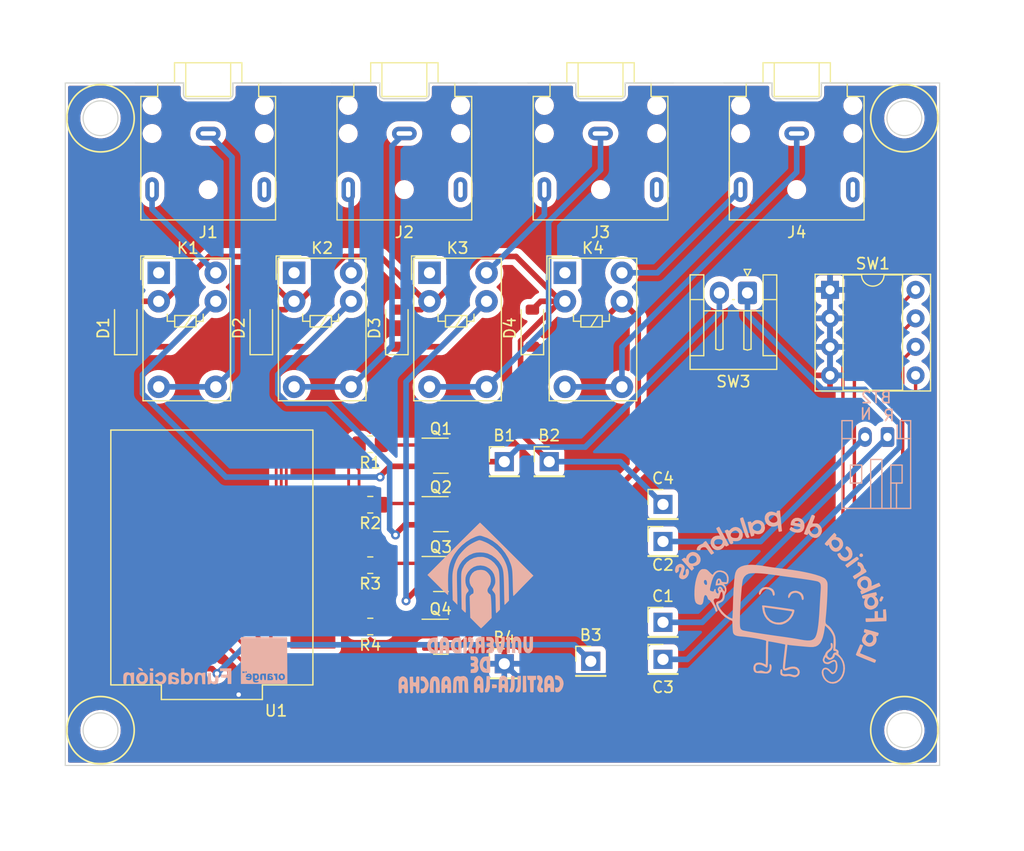
<source format=kicad_pcb>
(kicad_pcb (version 20221018) (generator pcbnew)
  (layers (0 "F.Cu" signal) (31 "B.Cu" signal) (34 "B.Paste" user) (35 "F.Paste" user) (36 "B.SilkS" user "B.Silkscreen") (37 "F.SilkS" user "F.Silkscreen") (38 "B.Mask" user) (39 "F.Mask" user) (44 "Edge.Cuts" user))
  (net 0 "")
  (net 1 "+BATT")
  (net 2 "GND")
  (net 3 "GND1")
  (net 4 "Net-(B1-Pin_1)")
  (net 5 "Net-(C3-Pin_1)")
  (net 6 "Net-(J1-PadS)")
  (net 7 "Net-(J1-PadT)")
  (net 8 "Net-(D1-K)")
  (net 9 "Net-(D2-K)")
  (net 10 "Net-(D3-K)")
  (net 11 "Net-(D4-K)")
  (net 12 "Net-(J2-PadS)")
  (net 14 "Net-(U1-GPIO6)")
  (net 16 "Net-(U1-GPIO7)")
  (net 18 "Net-(U1-GPIO8)")
  (net 20 "Net-(U1-GPIO10)")
  (net 21 "Net-(U1-GPIO0)")
  (net 22 "Net-(U1-GPIO1)")
  (net 23 "Net-(U1-GPIO3)")
  (net 24 "Net-(J2-PadT)")
  (net 29 "+5V")
  (net 30 "GND2")
  (net 31 "Net-(U1-GPIO2)")
  (net 34 "Net-(Q1-B)")
  (net 35 "Net-(Q2-B)")
  (net 36 "Net-(Q3-B)")
  (net 37 "Net-(Q4-B)")
  (net 38 "Net-(J3-PadS)")
  (net 39 "Net-(J3-PadT)")
  (net 40 "Net-(J4-PadS)")
  (net 41 "Net-(J4-PadT)")
  (footprint "Diode_SMD:D_SOD-123" (layer "F.Cu") (at 76.919666 60.601832 90)
    (fp_text reference "D2" (at 0 -2 90) (layer "F.SilkS"))
    (fp_text value "1N4148W")
    (pad "1" smd roundrect (at -1.65 0 90) (size 0.9 1.2) (layers "F.Cu" "F.Paste" "F.Mask") (net 9 "Net-(D2-K)"))
    (pad "2" smd roundrect (at 1.65 0 90) (size 0.9 1.2) (layers "F.Cu" "F.Paste" "F.Mask") (net 3 "GND1"))
  )
  (footprint "Package_TO_SOT_SMD:SOT-23" (layer "F.Cu") (at 92.9155 88.0872)
    (fp_text reference "Q4" (at -0.0277 -2.4638) (layer "F.SilkS"))
    (fp_text value "MMBT3904")
    (pad "1" smd roundrect (at -0.9375 -0.95) (size 1.475 0.6) (layers "F.Cu" "F.Paste" "F.Mask") (net 37 "Net-(Q4-B)"))
    (pad "2" smd roundrect (at -0.9375 0.95) (size 1.475 0.6) (layers "F.Cu" "F.Paste" "F.Mask") (net 11 "Net-(D4-K)"))
    (pad "3" smd roundrect (at 0.9375 0) (size 1.475 0.6) (layers "F.Cu" "F.Paste" "F.Mask") (net 4 "Net-(B1-Pin_1)"))
  )
  (footprint "Relay_THT:Relay_SPDT_Omron_G5V-1" (layer "F.Cu") (at 79.8426 55.666832)
    (fp_text reference "K2" (at 2.5 -2.2) (layer "F.SilkS"))
    (fp_text value "G5V-1" hide)
    (pad "1" thru_hole rect (at 0 0) (size 2 2) (drill 1) (layers "*.Cu" "*.Mask"))
    (pad "2" thru_hole circle (at 0 2.54) (size 2 2) (drill 1) (layers "*.Cu" "*.Mask") (net 3 "GND1"))
    (pad "5" thru_hole circle (at 0 10.16) (size 2 2) (drill 1) (layers "*.Cu" "*.Mask") (net 12 "Net-(J2-PadS)"))
    (pad "6" thru_hole circle (at 5.08 10.16) (size 2 2) (drill 1) (layers "*.Cu" "*.Mask") (net 12 "Net-(J2-PadS)"))
    (pad "9" thru_hole circle (at 5.08 2.54) (size 2 2) (drill 1) (layers "*.Cu" "*.Mask") (net 9 "Net-(D2-K)"))
    (pad "10" thru_hole circle (at 5.08 0) (size 2 2) (drill 1) (layers "*.Cu" "*.Mask") (net 24 "Net-(J2-PadT)"))
  )
  (footprint "Connector_PinHeader_2.54mm:PinHeader_1x01_P2.54mm_Vertical" (layer "F.Cu") (at 102.5652 72.4916)
    (fp_text reference "B2" (at 0 -2.33) (layer "F.SilkS"))
    (fp_text value "boost_in_neg")
    (pad "1" thru_hole rect (at 0 0) (size 1.7 1.7) (drill 1) (layers "*.Cu" "*.Mask") (net 3 "GND1"))
  )
  (footprint "Connector_JST:JST_EH_S2B-EH_1x02_P2.50mm_Horizontal" (layer "F.Cu") (at 120.2236 57.4623 180)
    (fp_text reference "SW3" (at 1.25 -7.9) (layer "F.SilkS"))
    (fp_text value "SW_SPST")
    (pad "1" thru_hole roundrect (at 0 0 180) (size 1.7 2) (drill 1) (layers "*.Cu" "*.Mask") (roundrect_rratio 0.1470588235) (net 5 "Net-(C3-Pin_1)"))
    (pad "2" thru_hole oval (at 2.5 0 180) (size 1.7 2) (drill 1) (layers "*.Cu" "*.Mask") (net 4 "Net-(B1-Pin_1)"))
  )
  (footprint "Package_TO_SOT_SMD:SOT-23" (layer "F.Cu") (at 92.9155 77.1652)
    (fp_text reference "Q2" (at 0 -2.4) (layer "F.SilkS"))
    (fp_text value "MMBT3904" hide)
    (pad "1" smd roundrect (at -0.9375 -0.95) (size 1.475 0.6) (layers "F.Cu" "F.Paste" "F.Mask") (net 35 "Net-(Q2-B)"))
    (pad "2" smd roundrect (at -0.9375 0.95) (size 1.475 0.6) (layers "F.Cu" "F.Paste" "F.Mask") (net 9 "Net-(D2-K)"))
    (pad "3" smd roundrect (at 0.9375 0) (size 1.475 0.6) (layers "F.Cu" "F.Paste" "F.Mask") (net 4 "Net-(B1-Pin_1)"))
  )
  (footprint "Connector_Audio:Jack_3.5mm_CUI_SJ1-3523N_Horizontal" (layer "F.Cu") (at 89.663333 43.26 180)
    (fp_text reference "J2" (at 0 -8.8) (layer "F.SilkS"))
    (fp_text value "AudioJack2")
    (fp_line (start -2.2 3.5) (end -2.2 4.5) (stroke (width 0.12)) (layer "Edge.Cuts"))
    (fp_line (start -2.2 4.5) (end -6.5 4.5) (stroke (width 0.12)) (layer "Edge.Cuts"))
    (fp_line (start 1.8 3.1) (end -1.8 3.1) (stroke (width 0.12)) (layer "Edge.Cuts"))
    (fp_line (start 2.2 3.5) (end 2.2 4.5) (stroke (width 0.12)) (layer "Edge.Cuts"))
    (fp_line (start 2.2 4.5) (end 6.5 4.5) (stroke (width 0.12)) (layer "Edge.Cuts"))
    (fp_arc (start -2.2 3.5) (mid -2.082843 3.217158) (end -1.8 3.1) (stroke (width 0.12)) (layer "Edge.Cuts"))
    (fp_arc (start 1.8 3.1) (mid 2.082843 3.217157) (end 2.2 3.5) (stroke (width 0.12)) (layer "Edge.Cuts"))
    (pad "" np_thru_hole circle (at -5 0 180) (size 1.2 1.2) (drill 1.2) (layers "F&B.Cu" "*.Mask"))
    (pad "" np_thru_hole circle (at -5 2.5 180) (size 1.2 1.2) (drill 1.2) (layers "F&B.Cu" "*.Mask"))
    (pad "" np_thru_hole circle (at 0 -5 180) (size 1.2 1.2) (drill 1.2) (layers "F&B.Cu" "*.Mask"))
    (pad "" np_thru_hole circle (at 5 0 180) (size 1.2 1.2) (drill 1.2) (layers "F&B.Cu" "*.Mask"))
    (pad "" np_thru_hole circle (at 5 2.5 180) (size 1.2 1.2) (drill 1.2) (layers "F&B.Cu" "*.Mask"))
    (pad "R" thru_hole oval (at -5 -5 180) (size 1.2 2.2) (drill oval 0.4 1.4) (layers "*.Cu" "*.Mask"))
    (pad "S" thru_hole oval (at 0 0 180) (size 2.2 1.2) (drill oval 1.4 0.4) (layers "*.Cu" "*.Mask") (net 12 "Net-(J2-PadS)"))
    (pad "T" thru_hole oval (at 5 -5) (size 1.2 2.2) (drill oval 0.4 1.4) (layers "*.Cu" "*.Mask") (net 24 "Net-(J2-PadT)"))
  )
  (footprint "Connector_Audio:Jack_3.5mm_CUI_SJ1-3523N_Horizontal" (layer "F.Cu") (at 72.19 43.26 180)
    (fp_text reference "J1" (at 0 -8.8) (layer "F.SilkS"))
    (fp_text value "AudioJack2")
    (fp_line (start -2.2 3.5) (end -2.2 4.5) (stroke (width 0.12)) (layer "Edge.Cuts"))
    (fp_line (start -2.2 4.5) (end -6.5 4.5) (stroke (width 0.12)) (layer "Edge.Cuts"))
    (fp_line (start 1.8 3.1) (end -1.8 3.1) (stroke (width 0.12)) (layer "Edge.Cuts"))
    (fp_line (start 2.2 3.5) (end 2.2 4.5) (stroke (width 0.12)) (layer "Edge.Cuts"))
    (fp_line (start 2.2 4.5) (end 6.5 4.5) (stroke (width 0.12)) (layer "Edge.Cuts"))
    (fp_arc (start -2.2 3.5) (mid -2.082843 3.217158) (end -1.8 3.1) (stroke (width 0.12)) (layer "Edge.Cuts"))
    (fp_arc (start 1.8 3.1) (mid 2.082843 3.217157) (end 2.2 3.5) (stroke (width 0.12)) (layer "Edge.Cuts"))
    (pad "" np_thru_hole circle (at -5 0 180) (size 1.2 1.2) (drill 1.2) (layers "F&B.Cu" "*.Mask"))
    (pad "" np_thru_hole circle (at -5 2.5 180) (size 1.2 1.2) (drill 1.2) (layers "F&B.Cu" "*.Mask"))
    (pad "" np_thru_hole circle (at 0 -5 180) (size 1.2 1.2) (drill 1.2) (layers "F&B.Cu" "*.Mask"))
    (pad "" np_thru_hole circle (at 5 0 180) (size 1.2 1.2) (drill 1.2) (layers "F&B.Cu" "*.Mask"))
    (pad "" np_thru_hole circle (at 5 2.5 180) (size 1.2 1.2) (drill 1.2) (layers "F&B.Cu" "*.Mask"))
    (pad "R" thru_hole oval (at -5 -5 180) (size 1.2 2.2) (drill oval 0.4 1.4) (layers "*.Cu" "*.Mask"))
    (pad "S" thru_hole oval (at 0 0 180) (size 2.2 1.2) (drill oval 1.4 0.4) (layers "*.Cu" "*.Mask") (net 6 "Net-(J1-PadS)"))
    (pad "T" thru_hole oval (at 5 -5) (size 1.2 2.2) (drill oval 0.4 1.4) (layers "*.Cu" "*.Mask") (net 7 "Net-(J1-PadT)"))
  )
  (footprint "Connector_PinHeader_2.54mm:PinHeader_1x01_P2.54mm_Vertical" (layer "F.Cu") (at 106.2652 90.2716)
    (fp_text reference "B3" (at 0 -2.33) (layer "F.SilkS"))
    (fp_text value "boost_out_pos")
    (pad "1" thru_hole rect (at 0 0) (size 1.7 1.7) (drill 1) (layers "*.Cu" "*.Mask") (net 29 "+5V"))
  )
  (footprint "Package_TO_SOT_SMD:SOT-23" (layer "F.Cu") (at 92.9155 71.9582)
    (fp_text reference "Q1" (at 0 -2.4) (layer "F.SilkS"))
    (fp_text value "MMBT3904")
    (pad "1" smd roundrect (at -0.9375 -0.95) (size 1.475 0.6) (layers "F.Cu" "F.Paste" "F.Mask") (net 34 "Net-(Q1-B)"))
    (pad "2" smd roundrect (at -0.9375 0.95) (size 1.475 0.6) (layers "F.Cu" "F.Paste" "F.Mask") (net 8 "Net-(D1-K)"))
    (pad "3" smd roundrect (at 0.9375 0) (size 1.475 0.6) (layers "F.Cu" "F.Paste" "F.Mask") (net 4 "Net-(B1-Pin_1)"))
  )
  (footprint "Resistor_SMD:R_0805_2012Metric_Pad1.20x1.40mm_HandSolder" (layer "F.Cu") (at 86.6261 81.7118 180)
    (fp_text reference "R3" (at 0 -1.65 180) (layer "F.SilkS"))
    (fp_text value "1k")
    (pad "1" smd roundrect (at -1 0 180) (size 1.2 1.4) (layers "F.Cu" "F.Paste" "F.Mask") (roundrect_rratio 0.208333) (net 36 "Net-(Q3-B)"))
    (pad "2" smd roundrect (at 1 0 180) (size 1.2 1.4) (layers "F.Cu" "F.Paste" "F.Mask") (roundrect_rratio 0.208333) (net 18 "Net-(U1-GPIO8)"))
  )
  (footprint "Relay_THT:Relay_SPDT_Omron_G5V-1" (layer "F.Cu") (at 91.9024 55.666832)
    (fp_text reference "K3" (at 2.5 -2.2) (layer "F.SilkS"))
    (fp_text value "G5V-1" hide)
    (pad "1" thru_hole rect (at 0 0) (size 2 2) (drill 1) (layers "*.Cu" "*.Mask"))
    (pad "2" thru_hole circle (at 0 2.54) (size 2 2) (drill 1) (layers "*.Cu" "*.Mask") (net 3 "GND1"))
    (pad "5" thru_hole circle (at 0 10.16) (size 2 2) (drill 1) (layers "*.Cu" "*.Mask") (net 38 "Net-(J3-PadS)"))
    (pad "6" thru_hole circle (at 5.08 10.16) (size 2 2) (drill 1) (layers "*.Cu" "*.Mask") (net 38 "Net-(J3-PadS)"))
    (pad "9" thru_hole circle (at 5.08 2.54) (size 2 2) (drill 1) (layers "*.Cu" "*.Mask") (net 10 "Net-(D3-K)"))
    (pad "10" thru_hole circle (at 5.08 0) (size 2 2) (drill 1) (layers "*.Cu" "*.Mask") (net 39 "Net-(J3-PadT)"))
  )
  (footprint "Resistor_SMD:R_0805_2012Metric_Pad1.20x1.40mm_HandSolder" (layer "F.Cu") (at 86.6261 70.9422 180)
    (fp_text reference "R1" (at 0 -1.65 180) (layer "F.SilkS"))
    (fp_text value "1k")
    (pad "1" smd roundrect (at -1 0 180) (size 1.2 1.4) (layers "F.Cu" "F.Paste" "F.Mask") (roundrect_rratio 0.208333) (net 34 "Net-(Q1-B)"))
    (pad "2" smd roundrect (at 1 0 180) (size 1.2 1.4) (layers "F.Cu" "F.Paste" "F.Mask") (roundrect_rratio 0.208333) (net 14 "Net-(U1-GPIO6)"))
  )
  (footprint "Connector_Audio:Jack_3.5mm_CUI_SJ1-3523N_Horizontal" (layer "F.Cu") (at 124.61 43.26 180)
    (fp_text reference "J4" (at 0 -8.8) (layer "F.SilkS"))
    (fp_text value "AudioJack2")
    (fp_line (start -2.2 3.5) (end -2.2 4.5) (stroke (width 0.12)) (layer "Edge.Cuts"))
    (fp_line (start -2.2 4.5) (end -6.5 4.5) (stroke (width 0.12)) (layer "Edge.Cuts"))
    (fp_line (start 1.8 3.1) (end -1.8 3.1) (stroke (width 0.12)) (layer "Edge.Cuts"))
    (fp_line (start 2.2 3.5) (end 2.2 4.5) (stroke (width 0.12)) (layer "Edge.Cuts"))
    (fp_line (start 2.2 4.5) (end 6.5 4.5) (stroke (width 0.12)) (layer "Edge.Cuts"))
    (fp_arc (start -2.2 3.5) (mid -2.082843 3.217158) (end -1.8 3.1) (stroke (width 0.12)) (layer "Edge.Cuts"))
    (fp_arc (start 1.8 3.1) (mid 2.082843 3.217157) (end 2.2 3.5) (stroke (width 0.12)) (layer "Edge.Cuts"))
    (pad "" np_thru_hole circle (at -5 0 180) (size 1.2 1.2) (drill 1.2) (layers "F&B.Cu" "*.Mask"))
    (pad "" np_thru_hole circle (at -5 2.5 180) (size 1.2 1.2) (drill 1.2) (layers "F&B.Cu" "*.Mask"))
    (pad "" np_thru_hole circle (at 0 -5 180) (size 1.2 1.2) (drill 1.2) (layers "F&B.Cu" "*.Mask"))
    (pad "" np_thru_hole circle (at 5 0 180) (size 1.2 1.2) (drill 1.2) (layers "F&B.Cu" "*.Mask"))
    (pad "" np_thru_hole circle (at 5 2.5 180) (size 1.2 1.2) (drill 1.2) (layers "F&B.Cu" "*.Mask"))
    (pad "R" thru_hole oval (at -5 -5 180) (size 1.2 2.2) (drill oval 0.4 1.4) (layers "*.Cu" "*.Mask"))
    (pad "S" thru_hole oval (at 0 0 180) (size 2.2 1.2) (drill oval 1.4 0.4) (layers "*.Cu" "*.Mask") (net 40 "Net-(J4-PadS)"))
    (pad "T" thru_hole oval (at 5 -5) (size 1.2 2.2) (drill oval 0.4 1.4) (layers "*.Cu" "*.Mask") (net 41 "Net-(J4-PadT)"))
  )
  (footprint "Resistor_SMD:R_0805_2012Metric_Pad1.20x1.40mm_HandSolder" (layer "F.Cu") (at 86.6261 76.327 180)
    (fp_text reference "R2" (at 0 -1.65 180) (layer "F.SilkS"))
    (fp_text value "1k")
    (pad "1" smd roundrect (at -1 0 180) (size 1.2 1.4) (layers "F.Cu" "F.Paste" "F.Mask") (roundrect_rratio 0.208333) (net 35 "Net-(Q2-B)"))
    (pad "2" smd roundrect (at 1 0 180) (size 1.2 1.4) (layers "F.Cu" "F.Paste" "F.Mask") (roundrect_rratio 0.208333) (net 16 "Net-(U1-GPIO7)"))
  )
  (footprint "Relay_THT:Relay_SPDT_Omron_G5V-1" (layer "F.Cu") (at 67.7828 55.666832)
    (fp_text reference "K1" (at 2.595 -2.2) (layer "F.SilkS"))
    (fp_text value "G5V-1" hide)
    (pad "1" thru_hole rect (at 0 0) (size 2 2) (drill 1) (layers "*.Cu" "*.Mask"))
    (pad "2" thru_hole circle (at 0 2.54) (size 2 2) (drill 1) (layers "*.Cu" "*.Mask") (net 3 "GND1"))
    (pad "5" thru_hole circle (at 0 10.16) (size 2 2) (drill 1) (layers "*.Cu" "*.Mask") (net 6 "Net-(J1-PadS)"))
    (pad "6" thru_hole circle (at 5.08 10.16) (size 2 2) (drill 1) (layers "*.Cu" "*.Mask") (net 6 "Net-(J1-PadS)"))
    (pad "9" thru_hole circle (at 5.08 2.54) (size 2 2) (drill 1) (layers "*.Cu" "*.Mask") (net 8 "Net-(D1-K)"))
    (pad "10" thru_hole circle (at 5.08 0) (size 2 2) (drill 1) (layers "*.Cu" "*.Mask") (net 7 "Net-(J1-PadT)"))
  )
  (footprint "Diode_SMD:D_SOD-123" (layer "F.Cu") (at 64.8462 60.601832 90)
    (fp_text reference "D1" (at 0 -2 90) (layer "F.SilkS"))
    (fp_text value "1N4148W")
    (pad "1" smd roundrect (at -1.65 0 90) (size 0.9 1.2) (layers "F.Cu" "F.Paste" "F.Mask") (net 8 "Net-(D1-K)"))
    (pad "2" smd roundrect (at 1.65 0 90) (size 0.9 1.2) (layers "F.Cu" "F.Paste" "F.Mask") (net 3 "GND1"))
  )
  (footprint "Connector_Audio:Jack_3.5mm_CUI_SJ1-3523N_Horizontal" (layer "F.Cu") (at 107.136666 43.26 180)
    (fp_text reference "J3" (at 0 -8.8) (layer "F.SilkS"))
    (fp_text value "AudioJack2")
    (fp_line (start -2.2 3.5) (end -2.2 4.5) (stroke (width 0.12)) (layer "Edge.Cuts"))
    (fp_line (start -2.2 4.5) (end -6.5 4.5) (stroke (width 0.12)) (layer "Edge.Cuts"))
    (fp_line (start 1.8 3.1) (end -1.8 3.1) (stroke (width 0.12)) (layer "Edge.Cuts"))
    (fp_line (start 2.2 3.5) (end 2.2 4.5) (stroke (width 0.12)) (layer "Edge.Cuts"))
    (fp_line (start 2.2 4.5) (end 6.5 4.5) (stroke (width 0.12)) (layer "Edge.Cuts"))
    (fp_arc (start -2.2 3.5) (mid -2.082843 3.217158) (end -1.8 3.1) (stroke (width 0.12)) (layer "Edge.Cuts"))
    (fp_arc (start 1.8 3.1) (mid 2.082843 3.217157) (end 2.2 3.5) (stroke (width 0.12)) (layer "Edge.Cuts"))
    (pad "" np_thru_hole circle (at -5 0 180) (size 1.2 1.2) (drill 1.2) (layers "F&B.Cu" "*.Mask"))
    (pad "" np_thru_hole circle (at -5 2.5 180) (size 1.2 1.2) (drill 1.2) (layers "F&B.Cu" "*.Mask"))
    (pad "" np_thru_hole circle (at 0 -5 180) (size 1.2 1.2) (drill 1.2) (layers "F&B.Cu" "*.Mask"))
    (pad "" np_thru_hole circle (at 5 0 180) (size 1.2 1.2) (drill 1.2) (layers "F&B.Cu" "*.Mask"))
    (pad "" np_thru_hole circle (at 5 2.5 180) (size 1.2 1.2) (drill 1.2) (layers "F&B.Cu" "*.Mask"))
    (pad "R" thru_hole oval (at -5 -5 180) (size 1.2 2.2) (drill oval 0.4 1.4) (layers "*.Cu" "*.Mask"))
    (pad "S" thru_hole oval (at 0 0 180) (size 2.2 1.2) (drill oval 1.4 0.4) (layers "*.Cu" "*.Mask") (net 38 "Net-(J3-PadS)"))
    (pad "T" thru_hole oval (at 5 -5) (size 1.2 2.2) (drill oval 0.4 1.4) (layers "*.Cu" "*.Mask") (net 39 "Net-(J3-PadT)"))
  )
  (footprint "Resistor_SMD:R_0805_2012Metric_Pad1.20x1.40mm_HandSolder" (layer "F.Cu") (at 86.6261 87.1728 180)
    (fp_text reference "R4" (at 0 -1.65 180) (layer "F.SilkS"))
    (fp_text value "1k")
    (pad "1" smd roundrect (at -1 0 180) (size 1.2 1.4) (layers "F.Cu" "F.Paste" "F.Mask") (roundrect_rratio 0.208333) (net 37 "Net-(Q4-B)"))
    (pad "2" smd roundrect (at 1 0 180) (size 1.2 1.4) (layers "F.Cu" "F.Paste" "F.Mask") (roundrect_rratio 0.208333) (net 20 "Net-(U1-GPIO10)"))
  )
  (footprint "Connector_PinHeader_2.54mm:PinHeader_1x01_P2.54mm_Vertical" (layer "F.Cu") (at 98.5652 90.4916)
    (fp_text reference "B4" (at 0 -2.33) (layer "F.SilkS"))
    (fp_text value "boost_out_neg")
    (pad "1" thru_hole rect (at 0 0) (size 1.7 1.7) (drill 1) (layers "*.Cu" "*.Mask") (net 30 "GND2"))
  )
  (footprint "Connector_PinHeader_2.54mm:PinHeader_1x01_P2.54mm_Vertical" (layer "F.Cu") (at 112.7 86.8016)
    (fp_text reference "C1" (at 0 -2.33) (layer "F.SilkS"))
    (fp_text value "conector_bat_tp4056_pos")
    (pad "1" thru_hole rect (at 0 0) (size 1.7 1.7) (drill 1) (layers "*.Cu" "*.Mask") (net 1 "+BATT"))
  )
  (footprint "Connector_PinHeader_2.54mm:PinHeader_1x01_P2.54mm_Vertical" (layer "F.Cu") (at 112.7 76.3016)
    (fp_text reference "C4" (at 0 -2.33) (layer "F.SilkS"))
    (fp_text value "conector_out_neg" hide)
    (pad "1" thru_hole rect (at 0 0) (size 1.7 1.7) (drill 1) (layers "*.Cu" "*.Mask") (net 3 "GND1"))
  )
  (footprint "Package_DIP:DIP-8_W7.62mm_Socket" (layer "F.Cu") (at 127.5798 57.1854)
    (fp_text reference "SW1" (at 3.81 -2.33) (layer "F.SilkS"))
    (fp_text value "SW_DIP_x04")
    (pad "1" thru_hole rect (at 0 0) (size 1.6 1.6) (drill 0.8) (layers "*.Cu" "*.Mask") (net 30 "GND2"))
    (pad "2" thru_hole oval (at 0 2.54) (size 1.6 1.6) (drill 0.8) (layers "*.Cu" "*.Mask") (net 30 "GND2"))
    (pad "3" thru_hole oval (at 0 5.08) (size 1.6 1.6) (drill 0.8) (layers "*.Cu" "*.Mask") (net 30 "GND2"))
    (pad "4" thru_hole oval (at 0 7.62) (size 1.6 1.6) (drill 0.8) (layers "*.Cu" "*.Mask") (net 30 "GND2"))
    (pad "5" thru_hole oval (at 7.62 7.62) (size 1.6 1.6) (drill 0.8) (layers "*.Cu" "*.Mask") (net 23 "Net-(U1-GPIO3)"))
    (pad "6" thru_hole oval (at 7.62 5.08) (size 1.6 1.6) (drill 0.8) (layers "*.Cu" "*.Mask") (net 31 "Net-(U1-GPIO2)"))
    (pad "7" thru_hole oval (at 7.62 2.54) (size 1.6 1.6) (drill 0.8) (layers "*.Cu" "*.Mask") (net 22 "Net-(U1-GPIO1)"))
    (pad "8" thru_hole oval (at 7.62 0) (size 1.6 1.6) (drill 0.8) (layers "*.Cu" "*.Mask") (net 21 "Net-(U1-GPIO0)"))
  )
  (footprint "Connector_PinHeader_2.54mm:PinHeader_1x01_P2.54mm_Vertical" (layer "F.Cu") (at 112.7 79.6016)
    (fp_text reference "C2" (at -0.0044 2.0848) (layer "F.SilkS"))
    (fp_text value "conector_bat_tp4056_neg" hide)
    (pad "1" thru_hole rect (at 0 0) (size 1.7 1.7) (drill 1) (layers "*.Cu" "*.Mask") (net 2 "GND"))
  )
  (footprint "ESP32-C3_SUPERMINI:MODULE_ESP32-C3_SUPERMINI" (layer "F.Cu") (at 72.517 81.026 180)
    (fp_text reference "U1" (at -5.715 -13.6525) (layer "F.SilkS"))
    (fp_text value "ESP32-C3_SUPERMINI")
    (pad "0" smd rect (at 9 7.88 180) (size 4 1.5) (layers "F.Cu" "F.Paste" "F.Mask") (net 21 "Net-(U1-GPIO0)"))
    (pad "1" smd rect (at 9 5.34 180) (size 4 1.5) (layers "F.Cu" "F.Paste" "F.Mask") (net 22 "Net-(U1-GPIO1)"))
    (pad "2" smd rect (at 9 2.8 180) (size 4 1.5) (layers "F.Cu" "F.Paste" "F.Mask") (net 31 "Net-(U1-GPIO2)"))
    (pad "3" smd rect (at 9 0.26 180) (size 4 1.5) (layers "F.Cu" "F.Paste" "F.Mask") (net 23 "Net-(U1-GPIO3)"))
    (pad "3.3" smd rect (at 9 -4.82 180) (size 4 1.5) (layers "F.Cu" "F.Paste" "F.Mask"))
    (pad "4" smd rect (at 9 -2.28 180) (size 4 1.5) (layers "F.Cu" "F.Paste" "F.Mask"))
    (pad "5" smd rect (at -9 -9.9 180) (size 4 1.5) (layers "F.Cu" "F.Paste" "F.Mask"))
    (pad "5V" smd rect (at 9 -9.9 180) (size 4 1.5) (layers "F.Cu" "F.Paste" "F.Mask") (net 29 "+5V"))
    (pad "6" smd rect (at -9 -7.36 180) (size 4 1.5) (layers "F.Cu" "F.Paste" "F.Mask") (net 14 "Net-(U1-GPIO6)"))
    (pad "7" smd rect (at -9 -4.82 180) (size 4 1.5) (layers "F.Cu" "F.Paste" "F.Mask") (net 16 "Net-(U1-GPIO7)"))
    (pad "8" smd rect (at -9 -2.28 180) (size 4 1.5) (layers "F.Cu" "F.Paste" "F.Mask") (net 18 "Net-(U1-GPIO8)"))
    (pad "9" smd rect (at -9 0.26 180) (size 4 1.5) (layers "F.Cu" "F.Paste" "F.Mask"))
    (pad "10" smd rect (at -9 2.8 180) (size 4 1.5) (layers "F.Cu" "F.Paste" "F.Mask") (net 20 "Net-(U1-GPIO10)"))
    (pad "20" smd rect (at -9 5.34 180) (size 4 1.5) (layers "F.Cu" "F.Paste" "F.Mask"))
    (pad "21" smd rect (at -9 7.88 180) (size 4 1.5) (layers "F.Cu" "F.Paste" "F.Mask"))
    (pad "G" smd rect (at 9 -7.36 180) (size 4 1.5) (layers "F.Cu" "F.Paste" "F.Mask") (net 30 "GND2"))
  )
  (footprint "Connector_PinHeader_2.54mm:PinHeader_1x01_P2.54mm_Vertical" (layer "F.Cu") (at 98.5652 72.4916)
    (fp_text reference "B1" (at 0 -2.33) (layer "F.SilkS"))
    (fp_text value "boost_in_pos")
    (pad "1" thru_hole rect (at 0 0) (size 1.7 1.7) (drill 1) (layers "*.Cu" "*.Mask") (net 4 "Net-(B1-Pin_1)"))
  )
  (footprint "Diode_SMD:D_SOD-123" (layer "F.Cu") (at 101.0666 60.601832 90)
    (fp_text reference "D4" (at 0 -2 90) (layer "F.SilkS"))
    (fp_text value "1N4148W")
    (pad "1" smd roundrect (at -1.65 0 90) (size 0.9 1.2) (layers "F.Cu" "F.Paste" "F.Mask") (net 11 "Net-(D4-K)"))
    (pad "2" smd roundrect (at 1.65 0 90) (size 0.9 1.2) (layers "F.Cu" "F.Paste" "F.Mask") (net 3 "GND1"))
  )
  (footprint "Diode_SMD:D_SOD-123" (layer "F.Cu") (at 88.993132 60.601832 90)
    (fp_text reference "D3" (at 0 -2 90) (layer "F.SilkS"))
    (fp_text value "1N4148W")
    (pad "1" smd roundrect (at -1.65 0 90) (size 0.9 1.2) (layers "F.Cu" "F.Paste" "F.Mask") (net 10 "Net-(D3-K)"))
    (pad "2" smd roundrect (at 1.65 0 90) (size 0.9 1.2) (layers "F.Cu" "F.Paste" "F.Mask") (net 3 "GND1"))
  )
  (footprint "Package_TO_SOT_SMD:SOT-23" (layer "F.Cu") (at 92.9155 82.4992)
    (fp_text reference "Q3" (at 0 -2.4) (layer "F.SilkS"))
    (fp_text value "MMBT3904" hide)
    (pad "1" smd roundrect (at -0.9375 -0.95) (size 1.475 0.6) (layers "F.Cu" "F.Paste" "F.Mask") (net 36 "Net-(Q3-B)"))
    (pad "2" smd roundrect (at -0.9375 0.95) (size 1.475 0.6) (layers "F.Cu" "F.Paste" "F.Mask") (net 10 "Net-(D3-K)"))
    (pad "3" smd roundrect (at 0.9375 0) (size 1.475 0.6) (layers "F.Cu" "F.Paste" "F.Mask") (net 4 "Net-(B1-Pin_1)"))
  )
  (footprint "Connector_PinHeader_2.54mm:PinHeader_1x01_P2.54mm_Vertical" (layer "F.Cu") (at 112.7 90.1016)
    (fp_text reference "C3" (at 0 2.4814) (layer "F.SilkS"))
    (fp_text value "conector_out_pos")
    (pad "1" thru_hole rect (at 0 0) (size 1.7 1.7) (drill 1) (layers "*.Cu" "*.Mask") (net 5 "Net-(C3-Pin_1)"))
  )
  (footprint "Relay_THT:Relay_SPDT_Omron_G5V-1" (layer "F.Cu") (at 103.9622 55.666832)
    (fp_text reference "K4" (at 2.5 -2.2) (layer "F.SilkS"))
    (fp_text value "G5V-1")
    (pad "1" thru_hole rect (at 0 0) (size 2 2) (drill 1) (layers "*.Cu" "*.Mask"))
    (pad "2" thru_hole circle (at 0 2.54) (size 2 2) (drill 1) (layers "*.Cu" "*.Mask") (net 3 "GND1"))
    (pad "5" thru_hole circle (at 0 10.16) (size 2 2) (drill 1) (layers "*.Cu" "*.Mask") (net 40 "Net-(J4-PadS)"))
    (pad "6" thru_hole circle (at 5.08 10.16) (size 2 2) (drill 1) (layers "*.Cu" "*.Mask") (net 40 "Net-(J4-PadS)"))
    (pad "9" thru_hole circle (at 5.08 2.54) (size 2 2) (drill 1) (layers "*.Cu" "*.Mask") (net 11 "Net-(D4-K)"))
    (pad "10" thru_hole circle (at 5.08 0) (size 2 2) (drill 1) (layers "*.Cu" "*.Mask") (net 41 "Net-(J4-PadT)"))
  )
  (footprint "Connector_JST:JST_PH_S2B-PH-K_1x02_P2.00mm_Horizontal" (layer "B.Cu") (at 132.699 70.2956 180)
    (fp_text reference "BT2" (at 1 3.52) (layer "B.SilkS") (effects (justify mirror)))
    (fp_text value "Battery_Cell")
    (pad "1" thru_hole roundrect (at 0 0 180) (size 1.2 1.75) (drill 0.75) (layers "*.Cu" "*.Mask") (roundrect_rratio 0.2083333333) (net 1 "+BATT"))
    (pad "2" thru_hole oval (at 2 0 180) (size 1.2 1.75) (drill 0.75) (layers "*.Cu" "*.Mask") (net 2 "GND"))
  )
  (footprint "LOGO" (layer "B.Cu") (at 96.452725 85.860733 180)
    (fp_text reference "G***" hide)
    (fp_text value "LOGO" hide)
  )
  (footprint "LOGO" (layer "B.Cu") (at 122.845661 85.804737 180)
    (fp_text reference "G***" hide)
    (fp_text value "LOGO" hide)
  )
  (footprint "LOGO" (layer "B.Cu") (at 71.507927 90.644677 180)
    (fp_text reference "" hide)
    (fp_text value "LOGO" hide)
  )
  (gr_circle (center 134.2 96.412) (end 137.2 96.412) (stroke (width 0.15)) (fill none) (layer "F.SilkS"))
  (gr_circle (center 62.6 41.9) (end 65.6 41.9) (stroke (width 0.15)) (fill none) (layer "F.SilkS"))
  (gr_circle (center 62.6 96.412) (end 65.6 96.412) (stroke (width 0.15)) (fill none) (layer "F.SilkS"))
  (gr_circle (center 134.2 41.9) (end 137.2 41.9) (stroke (width 0.15)) (fill none) (layer "F.SilkS"))
  (gr_line (start 131.11 38.76) (end 137.34 38.76) (stroke (width 0.1)) (layer "Edge.Cuts"))
  (gr_circle (center 134.2 41.9) (end 135.75 41.9) (stroke (width 0.1)) (fill none) (layer "Edge.Cuts"))
  (gr_line (start 100.636666 38.76) (end 96.163333 38.76) (stroke (width 0.1)) (layer "Edge.Cuts"))
  (gr_line (start 83.163333 38.76) (end 78.69 38.76) (stroke (width 0.1)) (layer "Edge.Cuts"))
  (gr_line (start 118.11 38.76) (end 113.636666 38.76) (stroke (width 0.1)) (layer "Edge.Cuts"))
  (gr_circle (center 62.6 41.9) (end 64.15 41.9) (stroke (width 0.1)) (fill none) (layer "Edge.Cuts"))
  (gr_circle (center 134.2 96.412) (end 135.75 96.412) (stroke (width 0.1)) (fill none) (layer "Edge.Cuts"))
  (gr_line (start 137.34 99.552) (end 59.46 99.552) (stroke (width 0.1)) (layer "Edge.Cuts"))
  (gr_line (start 137.34 38.76) (end 137.34 99.552) (stroke (width 0.1)) (layer "Edge.Cuts"))
  (gr_line (start 59.46 38.76) (end 65.69 38.76) (stroke (width 0.1)) (layer "Edge.Cuts"))
  (gr_line (start 59.46 99.552) (end 59.46 38.76) (stroke (width 0.1)) (layer "Edge.Cuts"))
  (gr_circle (center 62.6 96.412) (end 64.15 96.412) (stroke (width 0.1)) (fill none) (layer "Edge.Cuts"))
  (gr_text "N" (at 131.3942 68.834) (layer "B.SilkS") (effects (font (size 1 1)) (justify left bottom mirror)))
  (gr_text "R" (at 133.4262 68.961) (layer "B.SilkS") (effects (font (size 1 1)) (justify left bottom mirror)))
  (segment (start 116.193 86.8016) (end 132.699 70.2956) (width 0.5) (layer "B.Cu") (net 1))
  (segment (start 112.7 86.8016) (end 116.193 86.8016) (width 0.5) (layer "B.Cu") (net 1))
  (segment (start 121.393 79.6016) (end 130.699 70.2956) (width 0.5) (layer "B.Cu") (net 2))
  (segment (start 112.7 79.6016) (end 121.393 79.6016) (width 0.5) (layer "B.Cu") (net 2))
  (segment (start 100.0166 61.741004) (end 103.550772 58.206832) (width 0.5) (layer "F.Cu") (net 3))
  (segment (start 79.8426 58.206832) (end 80.33199 58.206832) (width 0.5) (layer "F.Cu") (net 3))
  (segment (start 75.4926 54.216832) (end 79.4826 58.206832) (width 0.5) (layer "F.Cu") (net 3))
  (segment (start 84.32199 54.216832) (end 87.5524 54.216832) (width 0.5) (layer "F.Cu") (net 3))
  (segment (start 68.27219 58.206832) (end 72.26219 54.216832) (width 0.5) (layer "F.Cu") (net 3))
  (segment (start 91.5424 58.206832) (end 91.9024 58.206832) (width 0.5) (layer "F.Cu") (net 3))
  (segment (start 80.33199 58.206832) (end 84.32199 54.216832) (width 0.5) (layer "F.Cu") (net 3))
  (segment (start 103.6022 58.206832) (end 103.9622 58.206832) (width 0.5) (layer "F.Cu") (net 3))
  (segment (start 101.8116 58.206832) (end 101.0666 58.951832) (width 0.5) (layer "F.Cu") (net 3))
  (segment (start 99.6122 54.216832) (end 103.6022 58.206832) (width 0.5) (layer "F.Cu") (net 3))
  (segment (start 76.919666 58.951832) (end 79.0976 58.951832) (width 0.5) (layer "F.Cu") (net 3))
  (segment (start 96.38179 54.216832) (end 99.6122 54.216832) (width 0.5) (layer "F.Cu") (net 3))
  (segment (start 103.550772 58.206832) (end 103.9622 58.206832) (width 0.5) (layer "F.Cu") (net 3))
  (segment (start 91.9024 58.206832) (end 92.39179 58.206832) (width 0.5) (layer "F.Cu") (net 3))
  (segment (start 72.26219 54.216832) (end 75.4926 54.216832) (width 0.5) (layer "F.Cu") (net 3))
  (segment (start 67.7828 58.206832) (end 68.27219 58.206832) (width 0.5) (layer "F.Cu") (net 3))
  (segment (start 92.39179 58.206832) (end 96.38179 54.216832) (width 0.5) (layer "F.Cu") (net 3))
  (segment (start 87.5524 54.216832) (end 91.5424 58.206832) (width 0.5) (layer "F.Cu") (net 3))
  (segment (start 67.7828 58.206832) (end 65.5912 58.206832) (width 0.5) (layer "F.Cu") (net 3))
  (segment (start 91.1574 58.951832) (end 91.9024 58.206832) (width 0.5) (layer "F.Cu") (net 3))
  (segment (start 79.4826 58.206832) (end 79.8426 58.206832) (width 0.5) (layer "F.Cu") (net 3))
  (segment (start 79.0976 58.951832) (end 79.8426 58.206832) (width 0.5) (layer "F.Cu") (net 3))
  (segment (start 102.5652 72.4916) (end 100.0166 69.943) (width 0.5) (layer "F.Cu") (net 3))
  (segment (start 88.993132 58.951832) (end 91.1574 58.951832) (width 0.5) (layer "F.Cu") (net 3))
  (segment (start 65.5912 58.206832) (end 64.8462 58.951832) (width 0.5) (layer "F.Cu") (net 3))
  (segment (start 103.9622 58.206832) (end 101.8116 58.206832) (width 0.5) (layer "F.Cu") (net 3))
  (segment (start 100.0166 69.943) (end 100.0166 61.741004) (width 0.5) (layer "F.Cu") (net 3))
  (segment (start 108.89 72.4916) (end 112.7 76.3016) (width 0.5) (layer "B.Cu") (net 3))
  (segment (start 102.5652 72.4916) (end 108.89 72.4916) (width 0.5) (layer "B.Cu") (net 3))
  (segment (start 67.7828 58.2123) (end 68.1428 58.2123) (width 0.5) (layer "B.Cu") (net 3))
  (segment (start 93.853 71.9582) (end 93.853 88.0872) (width 0.5) (layer "F.Cu") (net 4))
  (segment (start 98.5652 72.4916) (end 94.3864 72.4916) (width 0.5) (layer "F.Cu") (net 4))
  (segment (start 94.3864 72.4916) (end 93.853 71.9582) (width 0.5) (layer "F.Cu") (net 4))
  (segment (start 97.981 71.9074) (end 98.5652 72.4916) (width 0.5) (layer "F.Cu") (net 4))
  (segment (start 105.7702 71.1916) (end 117.7236 59.2382) (width 0.5) (layer "B.Cu") (net 4))
  (segment (start 98.5652 72.4916) (end 99.8652 71.1916) (width 0.5) (layer "B.Cu") (net 4))
  (segment (start 117.7236 59.2382) (end 117.7236 57.4623) (width 0.5) (layer "B.Cu") (net 4))
  (segment (start 99.8652 71.1916) (end 105.7702 71.1916) (width 0.5) (layer "B.Cu") (net 4))
  (segment (start 133.749 71.217478) (end 133.749 69.106) (width 0.5) (layer "B.Cu") (net 5))
  (segment (start 112.7 90.1016) (end 114.864878 90.1016) (width 0.5) (layer "B.Cu") (net 5))
  (segment (start 133.749 69.106) (end 130.6984 66.0554) (width 0.5) (layer "B.Cu") (net 5))
  (segment (start 126.8884 66.0554) (end 120.2236 59.3906) (width 0.5) (layer "B.Cu") (net 5))
  (segment (start 114.864878 90.1016) (end 133.749 71.217478) (width 0.5) (layer "B.Cu") (net 5))
  (segment (start 120.2236 59.3906) (end 120.2236 57.4623) (width 0.5) (layer "B.Cu") (net 5))
  (segment (start 130.6984 66.0554) (end 126.8884 66.0554) (width 0.5) (layer "B.Cu") (net 5))
  (segment (start 74.3128 45.3828) (end 72.19 43.26) (width 0.5) (layer "B.Cu") (net 6))
  (segment (start 67.7828 65.826832) (end 72.8628 65.826832) (width 0.5) (layer "B.Cu") (net 6))
  (segment (start 74.3128 64.376832) (end 74.3128 45.3828) (width 0.5) (layer "B.Cu") (net 6))
  (segment (start 72.8628 65.826832) (end 74.3128 64.376832) (width 0.5) (layer "B.Cu") (net 6))
  (segment (start 67.19 49.994032) (end 67.19 48.26) (width 0.5) (layer "B.Cu") (net 7))
  (segment (start 72.8628 55.666832) (end 67.19 49.994032) (width 0.5) (layer "B.Cu") (net 7))
  (segment (start 87.503 73.8632) (end 87.4268 73.8632) (width 0.5) (layer "F.Cu") (net 8))
  (segment (start 88.3818 72.9082) (end 87.503 73.787) (width 0.5) (layer "F.Cu") (net 8))
  (segment (start 64.8462 62.251832) (end 68.8178 62.251832) (width 0.5) (layer "F.Cu") (net 8))
  (segment (start 87.503 73.787) (end 87.503 73.8632) (width 0.5) (layer "F.Cu") (net 8))
  (segment (start 68.8178 62.251832) (end 72.8628 58.206832) (width 0.5) (layer "F.Cu") (net 8))
  (segment (start 87.4268 73.8632) (end 87.503 73.787) (width 0.5) (layer "F.Cu") (net 8))
  (segment (start 91.978 72.9082) (end 88.3818 72.9082) (width 0.5) (layer "F.Cu") (net 8))
  (via (at 87.503 73.8632) (size 0.8) (drill 0.4) (layers "F.Cu" "B.Cu") (net 8))
  (segment (start 87.503 73.8632) (end 73.768558 73.8632) (width 0.5) (layer "B.Cu") (net 8))
  (segment (start 66.3328 66.427442) (end 66.3328 64.736832) (width 0.5) (layer "B.Cu") (net 8))
  (segment (start 73.768558 73.8632) (end 66.3328 66.427442) (width 0.5) (layer "B.Cu") (net 8))
  (segment (start 66.3328 64.736832) (end 72.8628 58.206832) (width 0.5) (layer "B.Cu") (net 8))
  (segment (start 84.9226 58.206832) (end 80.8776 62.251832) (width 0.5) (layer "F.Cu") (net 9))
  (segment (start 88.7984 79.0194) (end 88.9 78.9178) (width 0.5) (layer "F.Cu") (net 9))
  (segment (start 88.8746 78.9432) (end 88.8746 79.0194) (width 0.5) (layer "F.Cu") (net 9))
  (segment (start 80.8776 62.251832) (end 76.919666 62.251832) (width 0.5) (layer "F.Cu") (net 9))
  (segment (start 88.8746 79.0194) (end 88.7984 79.0194) (width 0.5) (layer "F.Cu") (net 9))
  (segment (start 91.978 78.1152) (end 89.7026 78.1152) (width 0.5) (layer "F.Cu") (net 9))
  (segment (start 89.7026 78.1152) (end 88.8746 78.9432) (width 0.5) (layer "F.Cu") (net 9))
  (via (at 88.8746 79.0194) (size 0.8) (drill 0.4) (layers "F.Cu" "B.Cu") (net 9))
  (segment (start 78.3926 64.736832) (end 84.9226 58.206832) (width 0.5) (layer "B.Cu") (net 9))
  (segment (start 78.3926 66.427442) (end 78.3926 64.736832) (width 0.5) (layer "B.Cu") (net 9))
  (segment (start 88.353 72.6812) (end 82.948632 67.276832) (width 0.5) (layer "B.Cu") (net 9))
  (segment (start 82.948632 67.276832) (end 79.24199 67.276832) (width 0.5) (layer "B.Cu") (net 9))
  (segment (start 88.8746 79.0194) (end 88.353 78.4978) (width 0.5) (layer "B.Cu") (net 9))
  (segment (start 88.353 78.4978) (end 88.353 72.6812) (width 0.5) (layer "B.Cu") (net 9))
  (segment (start 79.24199 67.276832) (end 78.3926 66.427442) (width 0.5) (layer "B.Cu") (net 9))
  (segment (start 89.8144 84.8868) (end 89.7382 84.8868) (width 0.5) (layer "F.Cu") (net 10))
  (segment (start 91.1758 83.4492) (end 89.8144 84.8106) (width 0.5) (layer "F.Cu") (net 10))
  (segment (start 91.978 83.4492) (end 91.1758 83.4492) (width 0.5) (layer "F.Cu") (net 10))
  (segment (start 88.993132 62.251832) (end 92.9374 62.251832) (width 0.5) (layer "F.Cu") (net 10))
  (segment (start 89.7382 84.8868) (end 89.8652 84.7598) (width 0.5) (layer "F.Cu") (net 10))
  (segment (start 92.9374 62.251832) (end 96.9824 58.206832) (width 0.5) (layer "F.Cu") (net 10))
  (segment (start 89.8144 84.8106) (end 89.8144 84.8868) (width 0.5) (layer "F.Cu") (net 10))
  (via (at 89.8144 84.8868) (size 0.8) (drill 0.4) (layers "F.Cu" "B.Cu") (net 10))
  (segment (start 89.8144 65.374832) (end 96.9824 58.206832) (width 0.5) (layer "B.Cu") (net 10))
  (segment (start 89.8144 84.8868) (end 89.8144 65.374832) (width 0.5) (layer "B.Cu") (net 10))
  (segment (start 104.9972 62.251832) (end 109.0422 58.206832) (width 0.5) (layer "F.Cu") (net 11))
  (segment (start 110.4922 73.038184) (end 110.4922 59.656832) (width 0.5) (layer "F.Cu") (net 11))
  (segment (start 110.4922 59.656832) (end 109.0422 58.206832) (width 0.5) (layer "F.Cu") (net 11))
  (segment (start 94.493184 89.0372) (end 110.4922 73.038184) (width 0.5) (layer "F.Cu") (net 11))
  (segment (start 101.0666 62.251832) (end 104.9972 62.251832) (width 0.5) (layer "F.Cu") (net 11))
  (segment (start 91.978 89.0372) (end 94.493184 89.0372) (width 0.5) (layer "F.Cu") (net 11))
  (segment (start 88.563333 44.36) (end 89.663333 43.26) (width 0.5) (layer "B.Cu") (net 12))
  (segment (start 79.8426 65.826832) (end 84.9226 65.826832) (width 0.5) (layer "B.Cu") (net 12))
  (segment (start 88.563333 62.186099) (end 88.563333 44.36) (width 0.5) (layer "B.Cu") (net 12))
  (segment (start 84.9226 65.826832) (end 88.563333 62.186099) (width 0.5) (layer "B.Cu") (net 12))
  (segment (start 85.6261 70.9422) (end 79.048008 70.9422) (width 0.25) (layer "F.Cu") (net 14))
  (segment (start 78.2464 71.743808) (end 78.2464 85.9754) (width 0.25) (layer "F.Cu") (net 14))
  (segment (start 80.267 88.386) (end 81.517 88.386) (width 0.25) (layer "F.Cu") (net 14))
  (segment (start 79.048008 70.9422) (end 78.2464 71.743808) (width 0.25) (layer "F.Cu") (net 14))
  (segment (start 80.657 88.386) (end 81.517 88.386) (width 0.25) (layer "F.Cu") (net 14))
  (segment (start 78.2464 85.9754) (end 80.657 88.386) (width 0.25) (layer "F.Cu") (net 14))
  (segment (start 80.267 85.846) (end 81.517 85.846) (width 0.25) (layer "F.Cu") (net 16))
  (segment (start 79.042204 71.5844) (end 78.6964 71.930204) (width 0.25) (layer "F.Cu") (net 16))
  (segment (start 78.6964 83.8854) (end 80.657 85.846) (width 0.25) (layer "F.Cu") (net 16))
  (segment (start 85.6261 73.218704) (end 83.991796 71.5844) (width 0.25) (layer "F.Cu") (net 16))
  (segment (start 80.657 85.846) (end 81.517 85.846) (width 0.25) (layer "F.Cu") (net 16))
  (segment (start 85.6261 76.327) (end 85.6261 73.218704) (width 0.25) (layer "F.Cu") (net 16))
  (segment (start 83.991796 71.5844) (end 79.042204 71.5844) (width 0.25) (layer "F.Cu") (net 16))
  (segment (start 78.6964 71.930204) (end 78.6964 83.8854) (width 0.25) (layer "F.Cu") (net 16))
  (segment (start 84.7011 72.9301) (end 83.8054 72.0344) (width 0.25) (layer "F.Cu") (net 18))
  (segment (start 85.6261 81.7118) (end 84.7011 80.7868) (width 0.25) (layer "F.Cu") (net 18))
  (segment (start 79.1464 72.1166) (end 79.1464 82.1854) (width 0.25) (layer "F.Cu") (net 18))
  (segment (start 83.8054 72.0344) (end 79.2286 72.0344) (width 0.25) (layer "F.Cu") (net 18))
  (segment (start 80.267 83.306) (end 81.517 83.306) (width 0.25) (layer "F.Cu") (net 18))
  (segment (start 79.2286 72.0344) (end 79.1464 72.1166) (width 0.25) (layer "F.Cu") (net 18))
  (segment (start 84.7011 80.7868) (end 84.7011 72.9301) (width 0.25) (layer "F.Cu") (net 18))
  (segment (start 79.1464 82.1854) (end 80.267 83.306) (width 0.25) (layer "F.Cu") (net 18))
  (segment (start 82.377 78.226) (end 81.517 78.226) (width 0.25) (layer "F.Cu") (net 20))
  (segment (start 83.842 79.691) (end 82.377 78.226) (width 0.25) (layer "F.Cu") (net 20))
  (segment (start 83.842 85.3887) (end 83.842 79.691) (width 0.25) (layer "F.Cu") (net 20))
  (segment (start 85.6261 87.1728) (end 83.842 85.3887) (width 0.25) (layer "F.Cu") (net 20))
  (segment (start 128.7298 63.6554) (end 128.7298 79.9566) (width 0.3) (layer "F.Cu") (net 21))
  (segment (start 77.7714 90.6492) (end 77.7714 86.172151) (width 0.3) (layer "F.Cu") (net 21))
  (segment (start 77.7714 86.172151) (end 64.745248 73.146) (width 0.3) (layer "F.Cu") (net 21))
  (segment (start 64.745248 73.146) (end 63.517 73.146) (width 0.3) (layer "F.Cu") (net 21))
  (segment (start 116.6604 92.026) (end 79.1482 92.026) (width 0.3) (layer "F.Cu") (net 21))
  (segment (start 79.1482 92.026) (end 77.7714 90.6492) (width 0.3) (layer "F.Cu") (net 21))
  (segment (start 135.1998 57.1854) (end 128.7298 63.6554) (width 0.3) (layer "F.Cu") (net 21))
  (segment (start 128.7298 79.9566) (end 116.6604 92.026) (width 0.3) (layer "F.Cu") (net 21))
  (segment (start 77.2714 88.7268) (end 64.2306 75.686) (width 0.3) (layer "F.Cu") (net 22))
  (segment (start 78.998094 92.583) (end 77.2714 90.856306) (width 0.3) (layer "F.Cu") (net 22))
  (segment (start 77.2714 90.856306) (end 77.2714 88.7268) (width 0.3) (layer "F.Cu") (net 22))
  (segment (start 119.4562 92.583) (end 78.998094 92.583) (width 0.3) (layer "F.Cu") (net 22))
  (segment (start 64.2306 75.686) (end 63.517 75.686) (width 0.3) (layer "F.Cu") (net 22))
  (segment (start 135.1998 59.7254) (end 129.749 65.1762) (width 0.3) (layer "F.Cu") (net 22))
  (segment (start 129.749 82.2902) (end 119.4562 92.583) (width 0.3) (layer "F.Cu") (net 22))
  (segment (start 129.749 65.1762) (end 129.749 82.2902) (width 0.3) (layer "F.Cu") (net 22))
  (segment (start 78.550294 93.583) (end 65.733294 80.766) (width 0.3) (layer "F.Cu") (net 23))
  (segment (start 135.1998 64.8054) (end 135.1998 82.1988) (width 0.3) (layer "F.Cu") (net 23))
  (segment (start 123.8156 93.583) (end 78.550294 93.583) (width 0.3) (layer "F.Cu") (net 23))
  (segment (start 65.733294 80.766) (end 63.517 80.766) (width 0.3) (layer "F.Cu") (net 23))
  (segment (start 135.1998 82.1988) (end 123.8156 93.583) (width 0.3) (layer "F.Cu") (net 23))
  (segment (start 84.9226 55.666832) (end 84.9226 48.519267) (width 0.5) (layer "B.Cu") (net 24))
  (segment (start 84.9226 48.519267) (end 84.663333 48.26) (width 0.5) (layer "B.Cu") (net 24))
  (segment (start 72.5364 90.926) (end 63.517 90.926) (width 0.5) (layer "F.Cu") (net 29))
  (segment (start 72.9742 91.3638) (end 72.5364 90.926) (width 0.5) (layer "F.Cu") (net 29))
  (via (at 72.9742 91.3638) (size 0.8) (drill 0.4) (layers "F.Cu" "B.Cu") (net 29))
  (segment (start 75.5618 88.8016) (end 72.9996 91.3638) (width 0.5) (layer "B.Cu") (net 29))
  (segment (start 72.9742 91.3638) (end 72.9742 91.3892) (width 0.5) (layer "B.Cu") (net 29))
  (segment (start 104.7952 88.8016) (end 75.5618 88.8016) (width 0.5) (layer "B.Cu") (net 29))
  (segment (start 72.9996 91.3638) (end 72.9742 91.3638) (width 0.5) (layer "B.Cu") (net 29))
  (segment (start 106.2652 90.2716) (end 104.7952 88.8016) (width 0.5) (layer "B.Cu") (net 29))
  (segment (start 72.9742 91.3892) (end 72.9996 91.3638) (width 0.5) (layer "B.Cu") (net 29))
  (segment (start 62.1844 93.2434) (end 61.067 92.126) (width 0.5) (layer "F.Cu") (net 30))
  (segment (start 74.9046 93.2434) (end 62.1844 93.2434) (width 0.5) (layer "F.Cu") (net 30))
  (segment (start 61.067 92.126) (end 61.067 89.726) (width 0.5) (layer "F.Cu") (net 30))
  (segment (start 61.067 89.726) (end 62.407 88.386) (width 0.5) (layer "F.Cu") (net 30))
  (segment (start 62.407 88.386) (end 63.517 88.386) (width 0.5) (layer "F.Cu") (net 30))
  (via (at 74.9046 93.2434) (size 0.8) (drill 0.4) (layers "F.Cu" "B.Cu") (net 30))
  (segment (start 99.6452 91.5716) (end 114.5494 91.5716) (width 0.5) (layer "B.Cu") (net 30))
  (segment (start 77.5294 90.4916) (end 74.9046 93.1164) (width 0.5) (layer "B.Cu") (net 30))
  (segment (start 98.5652 90.4916) (end 99.6452 91.5716) (width 0.5) (layer "B.Cu") (net 30))
  (segment (start 98.5652 90.4916) (end 77.5294 90.4916) (width 0.5) (layer "B.Cu") (net 30))
  (segment (start 74.9046 93.1164) (end 74.9046 93.2434) (width 0.5) (layer "B.Cu") (net 30))
  (segment (start 74.7776 93.2434) (end 74.8284 93.1926) (width 0.5) (layer "B.Cu") (net 30))
  (segment (start 127.5798 64.8054) (end 127.5798 57.1854) (width 0.5) (layer "B.Cu") (net 30))
  (segment (start 74.9046 93.2434) (end 74.7776 93.2434) (width 0.5) (layer "B.Cu") (net 30))
  (segment (start 114.5494 91.5716) (end 135.1788 70.9422) (width 0.5) (layer "B.Cu") (net 30))
  (segment (start 135.1788 70.9422) (end 135.1788 69.54585) (width 0.5) (layer "B.Cu") (net 30))
  (segment (start 130.43835 64.8054) (end 127.5798 64.8054) (width 0.5) (layer "B.Cu") (net 30))
  (segment (start 135.1788 69.54585) (end 130.43835 64.8054) (width 0.5) (layer "B.Cu") (net 30))
  (segment (start 78.7574 93.083) (end 121.928 93.083) (width 0.3) (layer "F.Cu") (net 31))
  (segment (start 64.767 78.226) (end 76.7714 90.2304) (width 0.3) (layer "F.Cu") (net 31))
  (segment (start 76.7714 91.097) (end 78.7574 93.083) (width 0.3) (layer "F.Cu") (net 31))
  (segment (start 121.928 93.083) (end 134.0498 80.9612) (width 0.3) (layer "F.Cu") (net 31))
  (segment (start 134.0498 63.4154) (end 135.1998 62.2654) (width 0.3) (layer "F.Cu") (net 31))
  (segment (start 76.7714 90.2304) (end 76.7714 91.097) (width 0.3) (layer "F.Cu") (net 31))
  (segment (start 134.0498 80.9612) (end 134.0498 63.4154) (width 0.3) (layer "F.Cu") (net 31))
  (segment (start 63.517 78.226) (end 64.767 78.226) (width 0.3) (layer "F.Cu") (net 31))
  (segment (start 87.6921 71.0082) (end 87.6261 70.9422) (width 0.3) (layer "F.Cu") (net 34))
  (segment (start 91.978 71.0082) (end 87.6921 71.0082) (width 0.3) (layer "F.Cu") (net 34))
  (segment (start 91.978 76.2152) (end 87.7379 76.2152) (width 0.3) (layer "F.Cu") (net 35))
  (segment (start 87.7379 76.2152) (end 87.6261 76.327) (width 0.3) (layer "F.Cu") (net 35))
  (segment (start 87.7887 81.5492) (end 87.6261 81.7118) (width 0.3) (layer "F.Cu") (net 36))
  (segment (start 91.978 81.5492) (end 87.7887 81.5492) (width 0.3) (layer "F.Cu") (net 36))
  (segment (start 91.978 87.1372) (end 87.6617 87.1372) (width 0.3) (layer "F.Cu") (net 37))
  (segment (start 87.6617 87.1372) (end 87.6261 87.1728) (width 0.3) (layer "F.Cu") (net 37))
  (segment (start 102.5122 60.297032) (end 102.5122 51.126982) (width 0.5) (layer "B.Cu") (net 38))
  (segment (start 96.9824 65.826832) (end 102.5122 60.297032) (width 0.5) (layer "B.Cu") (net 38))
  (segment (start 91.9024 65.826832) (end 96.9824 65.826832) (width 0.5) (layer "B.Cu") (net 38))
  (segment (start 102.5122 51.126982) (end 107.136666 46.502516) (width 0.5) (layer "B.Cu") (net 38))
  (segment (start 107.136666 46.502516) (end 107.136666 43.26) (width 0.5) (layer "B.Cu") (net 38))
  (segment (start 102.136666 48.282834) (end 102.136666 48.26) (width 0.5) (layer "F.Cu") (net 39))
  (segment (start 96.9824 55.666832) (end 102.136666 50.512566) (width 0.5) (layer "B.Cu") (net 39))
  (segment (start 102.136666 50.512566) (end 102.136666 48.26) (width 0.5) (layer "B.Cu") (net 39))
  (segment (start 103.9622 65.826832) (end 109.0422 65.826832) (width 0.5) (layer "B.Cu") (net 40))
  (segment (start 124.61 46.704365) (end 124.61 43.26) (width 0.5) (layer "B.Cu") (net 40))
  (segment (start 109.0422 65.826832) (end 109.0422 62.272165) (width 0.5) (layer "B.Cu") (net 40))
  (segment (start 109.0422 62.272165) (end 124.61 46.704365) (width 0.5) (layer "B.Cu") (net 40))
  (segment (start 109.0422 55.666832) (end 112.203168 55.666832) (width 0.5) (layer "B.Cu") (net 41))
  (segment (start 112.203168 55.666832) (end 119.61 48.26) (width 0.5) (layer "B.Cu") (net 41))
  (zone (net 30) (net_name "GND2") (layers "F&B.Cu") (connect_pads (clearance 0.5)) (min_thickness 0.25) (fill yes (thermal_gap 0.5) (thermal_bridge_width 0.5))
    (polygon (pts (xy 54.864 31.369) (xy 144.8562 31.8008) (xy 144.7292 107.188) (xy 53.6448 106.807)))
  )
)
</source>
